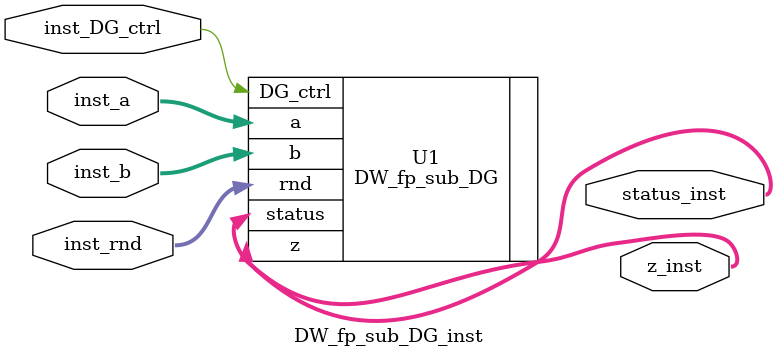
<source format=v>
module DW_fp_sub_DG_inst( inst_a, inst_b, inst_rnd, inst_DG_ctrl, z_inst, 
		status_inst );

parameter sig_width = 23;
parameter exp_width = 8;
parameter ieee_compliance = 0;


input [sig_width+exp_width : 0] inst_a;
input [sig_width+exp_width : 0] inst_b;
input [2 : 0] inst_rnd;
input inst_DG_ctrl;
output [sig_width+exp_width : 0] z_inst;
output [7 : 0] status_inst;

    // Instance of DW_fp_sub_DG
    DW_fp_sub_DG #(sig_width, exp_width, ieee_compliance)
	  U1 ( .a(inst_a), .b(inst_b), .rnd(inst_rnd), .DG_ctrl(inst_DG_ctrl), .z(z_inst), .status(status_inst) );

endmodule

</source>
